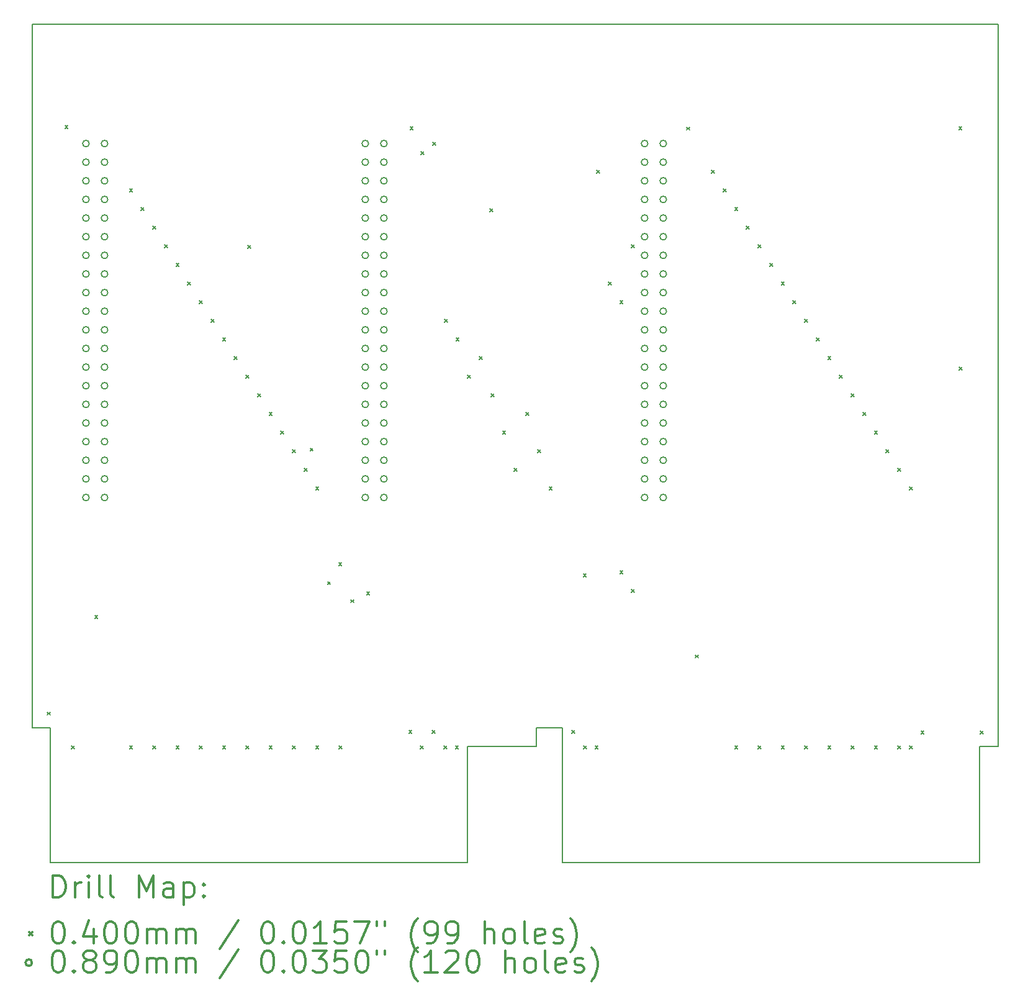
<source format=gbr>
%FSLAX45Y45*%
G04 Gerber Fmt 4.5, Leading zero omitted, Abs format (unit mm)*
G04 Created by KiCad (PCBNEW (5.1.10)-1) date 2021-09-26 13:38:02*
%MOMM*%
%LPD*%
G01*
G04 APERTURE LIST*
%TA.AperFunction,Profile*%
%ADD10C,0.127000*%
%TD*%
%ADD11C,0.200000*%
%ADD12C,0.300000*%
G04 APERTURE END LIST*
D10*
X27711400Y-28638500D02*
X27711400Y-30480000D01*
X27711400Y-28638500D02*
X27465020Y-28638500D01*
X33401000Y-30480000D02*
X27711400Y-30480000D01*
X34696400Y-28638500D02*
X34696400Y-30480000D01*
X34696400Y-28638500D02*
X34340800Y-28638500D01*
X34340800Y-28892500D02*
X34340800Y-28638500D01*
X34340800Y-28892500D02*
X33401000Y-28892500D01*
X33401000Y-28892500D02*
X33401000Y-30480000D01*
X40386000Y-30480000D02*
X34696400Y-30480000D01*
X40386000Y-28892500D02*
X40386000Y-30480000D01*
X40640000Y-28892500D02*
X40386000Y-28892500D01*
X27465020Y-19050000D02*
X27465020Y-28638500D01*
X40640000Y-19050000D02*
X27465020Y-19050000D01*
X40640000Y-19050000D02*
X40640000Y-28892500D01*
D11*
X27668540Y-28425460D02*
X27708540Y-28465460D01*
X27708540Y-28425460D02*
X27668540Y-28465460D01*
X27907300Y-20432080D02*
X27947300Y-20472080D01*
X27947300Y-20432080D02*
X27907300Y-20472080D01*
X27996200Y-28885200D02*
X28036200Y-28925200D01*
X28036200Y-28885200D02*
X27996200Y-28925200D01*
X28313700Y-27109740D02*
X28353700Y-27149740D01*
X28353700Y-27109740D02*
X28313700Y-27149740D01*
X28788680Y-21290600D02*
X28828680Y-21330600D01*
X28828680Y-21290600D02*
X28788680Y-21330600D01*
X28788680Y-28885200D02*
X28828680Y-28925200D01*
X28828680Y-28885200D02*
X28788680Y-28925200D01*
X28947430Y-21544600D02*
X28987430Y-21584600D01*
X28987430Y-21544600D02*
X28947430Y-21584600D01*
X29106180Y-21798600D02*
X29146180Y-21838600D01*
X29146180Y-21798600D02*
X29106180Y-21838600D01*
X29106180Y-28885200D02*
X29146180Y-28925200D01*
X29146180Y-28885200D02*
X29106180Y-28925200D01*
X29264930Y-22052600D02*
X29304930Y-22092600D01*
X29304930Y-22052600D02*
X29264930Y-22092600D01*
X29423680Y-22306600D02*
X29463680Y-22346600D01*
X29463680Y-22306600D02*
X29423680Y-22346600D01*
X29423680Y-28885200D02*
X29463680Y-28925200D01*
X29463680Y-28885200D02*
X29423680Y-28925200D01*
X29582430Y-22560600D02*
X29622430Y-22600600D01*
X29622430Y-22560600D02*
X29582430Y-22600600D01*
X29741180Y-22814600D02*
X29781180Y-22854600D01*
X29781180Y-22814600D02*
X29741180Y-22854600D01*
X29741180Y-28885200D02*
X29781180Y-28925200D01*
X29781180Y-28885200D02*
X29741180Y-28925200D01*
X29899930Y-23068600D02*
X29939930Y-23108600D01*
X29939930Y-23068600D02*
X29899930Y-23108600D01*
X30058680Y-23322600D02*
X30098680Y-23362600D01*
X30098680Y-23322600D02*
X30058680Y-23362600D01*
X30058680Y-28885200D02*
X30098680Y-28925200D01*
X30098680Y-28885200D02*
X30058680Y-28925200D01*
X30217430Y-23576600D02*
X30257430Y-23616600D01*
X30257430Y-23576600D02*
X30217430Y-23616600D01*
X30376180Y-23830600D02*
X30416180Y-23870600D01*
X30416180Y-23830600D02*
X30376180Y-23870600D01*
X30376180Y-28885200D02*
X30416180Y-28925200D01*
X30416180Y-28885200D02*
X30376180Y-28925200D01*
X30404120Y-22062760D02*
X30444120Y-22102760D01*
X30444120Y-22062760D02*
X30404120Y-22102760D01*
X30534930Y-24084600D02*
X30574930Y-24124600D01*
X30574930Y-24084600D02*
X30534930Y-24124600D01*
X30693680Y-24338600D02*
X30733680Y-24378600D01*
X30733680Y-24338600D02*
X30693680Y-24378600D01*
X30693680Y-28885200D02*
X30733680Y-28925200D01*
X30733680Y-28885200D02*
X30693680Y-28925200D01*
X30852430Y-24592600D02*
X30892430Y-24632600D01*
X30892430Y-24592600D02*
X30852430Y-24632600D01*
X31011180Y-24846600D02*
X31051180Y-24886600D01*
X31051180Y-24846600D02*
X31011180Y-24886600D01*
X31011180Y-28885200D02*
X31051180Y-28925200D01*
X31051180Y-28885200D02*
X31011180Y-28925200D01*
X31169930Y-25100600D02*
X31209930Y-25140600D01*
X31209930Y-25100600D02*
X31169930Y-25140600D01*
X31252480Y-24828820D02*
X31292480Y-24868820D01*
X31292480Y-24828820D02*
X31252480Y-24868820D01*
X31328680Y-25354600D02*
X31368680Y-25394600D01*
X31368680Y-25354600D02*
X31328680Y-25394600D01*
X31328680Y-28885200D02*
X31368680Y-28925200D01*
X31368680Y-28885200D02*
X31328680Y-28925200D01*
X31488700Y-26647460D02*
X31528700Y-26687460D01*
X31528700Y-26647460D02*
X31488700Y-26687460D01*
X31641100Y-26390920D02*
X31681100Y-26430920D01*
X31681100Y-26390920D02*
X31641100Y-26430920D01*
X31646180Y-28885200D02*
X31686180Y-28925200D01*
X31686180Y-28885200D02*
X31646180Y-28925200D01*
X31806200Y-26893840D02*
X31846200Y-26933840D01*
X31846200Y-26893840D02*
X31806200Y-26933840D01*
X32022100Y-26789700D02*
X32062100Y-26829700D01*
X32062100Y-26789700D02*
X32022100Y-26829700D01*
X32598680Y-28676920D02*
X32638680Y-28716920D01*
X32638680Y-28676920D02*
X32598680Y-28716920D01*
X32616460Y-20444780D02*
X32656460Y-20484780D01*
X32656460Y-20444780D02*
X32616460Y-20484780D01*
X32757430Y-28885200D02*
X32797430Y-28925200D01*
X32797430Y-28885200D02*
X32757430Y-28925200D01*
X32765050Y-20782600D02*
X32805050Y-20822600D01*
X32805050Y-20782600D02*
X32765050Y-20822600D01*
X32916180Y-28676920D02*
X32956180Y-28716920D01*
X32956180Y-28676920D02*
X32916180Y-28716920D01*
X32923800Y-20655600D02*
X32963800Y-20695600D01*
X32963800Y-20655600D02*
X32923800Y-20695600D01*
X33074930Y-28885200D02*
X33114930Y-28925200D01*
X33114930Y-28885200D02*
X33074930Y-28925200D01*
X33082550Y-23068600D02*
X33122550Y-23108600D01*
X33122550Y-23068600D02*
X33082550Y-23108600D01*
X33233680Y-28885200D02*
X33273680Y-28925200D01*
X33273680Y-28885200D02*
X33233680Y-28925200D01*
X33241300Y-23322600D02*
X33281300Y-23362600D01*
X33281300Y-23322600D02*
X33241300Y-23362600D01*
X33400050Y-23830600D02*
X33440050Y-23870600D01*
X33440050Y-23830600D02*
X33400050Y-23870600D01*
X33558800Y-23576600D02*
X33598800Y-23616600D01*
X33598800Y-23576600D02*
X33558800Y-23616600D01*
X33701040Y-21562380D02*
X33741040Y-21602380D01*
X33741040Y-21562380D02*
X33701040Y-21602380D01*
X33717550Y-24084600D02*
X33757550Y-24124600D01*
X33757550Y-24084600D02*
X33717550Y-24124600D01*
X33876300Y-24592600D02*
X33916300Y-24632600D01*
X33916300Y-24592600D02*
X33876300Y-24632600D01*
X34035050Y-25100600D02*
X34075050Y-25140600D01*
X34075050Y-25100600D02*
X34035050Y-25140600D01*
X34193800Y-24338600D02*
X34233800Y-24378600D01*
X34233800Y-24338600D02*
X34193800Y-24378600D01*
X34352550Y-24846600D02*
X34392550Y-24886600D01*
X34392550Y-24846600D02*
X34352550Y-24886600D01*
X34511300Y-25354600D02*
X34551300Y-25394600D01*
X34551300Y-25354600D02*
X34511300Y-25394600D01*
X34821180Y-28676920D02*
X34861180Y-28716920D01*
X34861180Y-28676920D02*
X34821180Y-28716920D01*
X34978660Y-26540780D02*
X35018660Y-26580780D01*
X35018660Y-26540780D02*
X34978660Y-26580780D01*
X34979930Y-28885200D02*
X35019930Y-28925200D01*
X35019930Y-28885200D02*
X34979930Y-28925200D01*
X35138680Y-28885200D02*
X35178680Y-28925200D01*
X35178680Y-28885200D02*
X35138680Y-28925200D01*
X35159000Y-21036600D02*
X35199000Y-21076600D01*
X35199000Y-21036600D02*
X35159000Y-21076600D01*
X35317750Y-22560600D02*
X35357750Y-22600600D01*
X35357750Y-22560600D02*
X35317750Y-22600600D01*
X35476500Y-22814600D02*
X35516500Y-22854600D01*
X35516500Y-22814600D02*
X35476500Y-22854600D01*
X35476500Y-26497600D02*
X35516500Y-26537600D01*
X35516500Y-26497600D02*
X35476500Y-26537600D01*
X35635250Y-22052600D02*
X35675250Y-22092600D01*
X35675250Y-22052600D02*
X35635250Y-22092600D01*
X35635250Y-26751600D02*
X35675250Y-26791600D01*
X35675250Y-26751600D02*
X35635250Y-26791600D01*
X36385820Y-20449860D02*
X36425820Y-20489860D01*
X36425820Y-20449860D02*
X36385820Y-20489860D01*
X36507740Y-27648220D02*
X36547740Y-27688220D01*
X36547740Y-27648220D02*
X36507740Y-27688220D01*
X36726180Y-21036600D02*
X36766180Y-21076600D01*
X36766180Y-21036600D02*
X36726180Y-21076600D01*
X36884930Y-21290600D02*
X36924930Y-21330600D01*
X36924930Y-21290600D02*
X36884930Y-21330600D01*
X37043680Y-21544600D02*
X37083680Y-21584600D01*
X37083680Y-21544600D02*
X37043680Y-21584600D01*
X37043680Y-28885200D02*
X37083680Y-28925200D01*
X37083680Y-28885200D02*
X37043680Y-28925200D01*
X37202430Y-21798600D02*
X37242430Y-21838600D01*
X37242430Y-21798600D02*
X37202430Y-21838600D01*
X37361180Y-22052600D02*
X37401180Y-22092600D01*
X37401180Y-22052600D02*
X37361180Y-22092600D01*
X37361180Y-28885200D02*
X37401180Y-28925200D01*
X37401180Y-28885200D02*
X37361180Y-28925200D01*
X37519930Y-22306600D02*
X37559930Y-22346600D01*
X37559930Y-22306600D02*
X37519930Y-22346600D01*
X37678680Y-22560600D02*
X37718680Y-22600600D01*
X37718680Y-22560600D02*
X37678680Y-22600600D01*
X37678680Y-28885200D02*
X37718680Y-28925200D01*
X37718680Y-28885200D02*
X37678680Y-28925200D01*
X37837430Y-22814600D02*
X37877430Y-22854600D01*
X37877430Y-22814600D02*
X37837430Y-22854600D01*
X37996180Y-23068600D02*
X38036180Y-23108600D01*
X38036180Y-23068600D02*
X37996180Y-23108600D01*
X37996180Y-28885200D02*
X38036180Y-28925200D01*
X38036180Y-28885200D02*
X37996180Y-28925200D01*
X38154930Y-23322600D02*
X38194930Y-23362600D01*
X38194930Y-23322600D02*
X38154930Y-23362600D01*
X38313680Y-23576600D02*
X38353680Y-23616600D01*
X38353680Y-23576600D02*
X38313680Y-23616600D01*
X38313680Y-28885200D02*
X38353680Y-28925200D01*
X38353680Y-28885200D02*
X38313680Y-28925200D01*
X38472430Y-23830600D02*
X38512430Y-23870600D01*
X38512430Y-23830600D02*
X38472430Y-23870600D01*
X38631180Y-24084600D02*
X38671180Y-24124600D01*
X38671180Y-24084600D02*
X38631180Y-24124600D01*
X38631180Y-28885200D02*
X38671180Y-28925200D01*
X38671180Y-28885200D02*
X38631180Y-28925200D01*
X38789930Y-24338600D02*
X38829930Y-24378600D01*
X38829930Y-24338600D02*
X38789930Y-24378600D01*
X38948680Y-24592600D02*
X38988680Y-24632600D01*
X38988680Y-24592600D02*
X38948680Y-24632600D01*
X38948680Y-28885200D02*
X38988680Y-28925200D01*
X38988680Y-28885200D02*
X38948680Y-28925200D01*
X39107430Y-24846600D02*
X39147430Y-24886600D01*
X39147430Y-24846600D02*
X39107430Y-24886600D01*
X39266180Y-25100600D02*
X39306180Y-25140600D01*
X39306180Y-25100600D02*
X39266180Y-25140600D01*
X39266180Y-28885200D02*
X39306180Y-28925200D01*
X39306180Y-28885200D02*
X39266180Y-28925200D01*
X39424930Y-25354600D02*
X39464930Y-25394600D01*
X39464930Y-25354600D02*
X39424930Y-25394600D01*
X39424930Y-28885200D02*
X39464930Y-28925200D01*
X39464930Y-28885200D02*
X39424930Y-28925200D01*
X39583680Y-28682000D02*
X39623680Y-28722000D01*
X39623680Y-28682000D02*
X39583680Y-28722000D01*
X40099300Y-20444780D02*
X40139300Y-20484780D01*
X40139300Y-20444780D02*
X40099300Y-20484780D01*
X40106920Y-23721380D02*
X40146920Y-23761380D01*
X40146920Y-23721380D02*
X40106920Y-23761380D01*
X40393940Y-28682000D02*
X40433940Y-28722000D01*
X40433940Y-28682000D02*
X40393940Y-28722000D01*
X28238500Y-20675600D02*
G75*
G03*
X28238500Y-20675600I-44500J0D01*
G01*
X28238500Y-20929600D02*
G75*
G03*
X28238500Y-20929600I-44500J0D01*
G01*
X28238500Y-21183600D02*
G75*
G03*
X28238500Y-21183600I-44500J0D01*
G01*
X28238500Y-21437600D02*
G75*
G03*
X28238500Y-21437600I-44500J0D01*
G01*
X28238500Y-21691600D02*
G75*
G03*
X28238500Y-21691600I-44500J0D01*
G01*
X28238500Y-21945600D02*
G75*
G03*
X28238500Y-21945600I-44500J0D01*
G01*
X28238500Y-22199600D02*
G75*
G03*
X28238500Y-22199600I-44500J0D01*
G01*
X28238500Y-22453600D02*
G75*
G03*
X28238500Y-22453600I-44500J0D01*
G01*
X28238500Y-22707600D02*
G75*
G03*
X28238500Y-22707600I-44500J0D01*
G01*
X28238500Y-22961600D02*
G75*
G03*
X28238500Y-22961600I-44500J0D01*
G01*
X28238500Y-23215600D02*
G75*
G03*
X28238500Y-23215600I-44500J0D01*
G01*
X28238500Y-23469600D02*
G75*
G03*
X28238500Y-23469600I-44500J0D01*
G01*
X28238500Y-23723600D02*
G75*
G03*
X28238500Y-23723600I-44500J0D01*
G01*
X28238500Y-23977600D02*
G75*
G03*
X28238500Y-23977600I-44500J0D01*
G01*
X28238500Y-24231600D02*
G75*
G03*
X28238500Y-24231600I-44500J0D01*
G01*
X28238500Y-24485600D02*
G75*
G03*
X28238500Y-24485600I-44500J0D01*
G01*
X28238500Y-24739600D02*
G75*
G03*
X28238500Y-24739600I-44500J0D01*
G01*
X28238500Y-24993600D02*
G75*
G03*
X28238500Y-24993600I-44500J0D01*
G01*
X28238500Y-25247600D02*
G75*
G03*
X28238500Y-25247600I-44500J0D01*
G01*
X28238500Y-25501600D02*
G75*
G03*
X28238500Y-25501600I-44500J0D01*
G01*
X28492500Y-20675600D02*
G75*
G03*
X28492500Y-20675600I-44500J0D01*
G01*
X28492500Y-20929600D02*
G75*
G03*
X28492500Y-20929600I-44500J0D01*
G01*
X28492500Y-21183600D02*
G75*
G03*
X28492500Y-21183600I-44500J0D01*
G01*
X28492500Y-21437600D02*
G75*
G03*
X28492500Y-21437600I-44500J0D01*
G01*
X28492500Y-21691600D02*
G75*
G03*
X28492500Y-21691600I-44500J0D01*
G01*
X28492500Y-21945600D02*
G75*
G03*
X28492500Y-21945600I-44500J0D01*
G01*
X28492500Y-22199600D02*
G75*
G03*
X28492500Y-22199600I-44500J0D01*
G01*
X28492500Y-22453600D02*
G75*
G03*
X28492500Y-22453600I-44500J0D01*
G01*
X28492500Y-22707600D02*
G75*
G03*
X28492500Y-22707600I-44500J0D01*
G01*
X28492500Y-22961600D02*
G75*
G03*
X28492500Y-22961600I-44500J0D01*
G01*
X28492500Y-23215600D02*
G75*
G03*
X28492500Y-23215600I-44500J0D01*
G01*
X28492500Y-23469600D02*
G75*
G03*
X28492500Y-23469600I-44500J0D01*
G01*
X28492500Y-23723600D02*
G75*
G03*
X28492500Y-23723600I-44500J0D01*
G01*
X28492500Y-23977600D02*
G75*
G03*
X28492500Y-23977600I-44500J0D01*
G01*
X28492500Y-24231600D02*
G75*
G03*
X28492500Y-24231600I-44500J0D01*
G01*
X28492500Y-24485600D02*
G75*
G03*
X28492500Y-24485600I-44500J0D01*
G01*
X28492500Y-24739600D02*
G75*
G03*
X28492500Y-24739600I-44500J0D01*
G01*
X28492500Y-24993600D02*
G75*
G03*
X28492500Y-24993600I-44500J0D01*
G01*
X28492500Y-25247600D02*
G75*
G03*
X28492500Y-25247600I-44500J0D01*
G01*
X28492500Y-25501600D02*
G75*
G03*
X28492500Y-25501600I-44500J0D01*
G01*
X32048500Y-20675600D02*
G75*
G03*
X32048500Y-20675600I-44500J0D01*
G01*
X32048500Y-20929600D02*
G75*
G03*
X32048500Y-20929600I-44500J0D01*
G01*
X32048500Y-21183600D02*
G75*
G03*
X32048500Y-21183600I-44500J0D01*
G01*
X32048500Y-21437600D02*
G75*
G03*
X32048500Y-21437600I-44500J0D01*
G01*
X32048500Y-21691600D02*
G75*
G03*
X32048500Y-21691600I-44500J0D01*
G01*
X32048500Y-21945600D02*
G75*
G03*
X32048500Y-21945600I-44500J0D01*
G01*
X32048500Y-22199600D02*
G75*
G03*
X32048500Y-22199600I-44500J0D01*
G01*
X32048500Y-22453600D02*
G75*
G03*
X32048500Y-22453600I-44500J0D01*
G01*
X32048500Y-22707600D02*
G75*
G03*
X32048500Y-22707600I-44500J0D01*
G01*
X32048500Y-22961600D02*
G75*
G03*
X32048500Y-22961600I-44500J0D01*
G01*
X32048500Y-23215600D02*
G75*
G03*
X32048500Y-23215600I-44500J0D01*
G01*
X32048500Y-23469600D02*
G75*
G03*
X32048500Y-23469600I-44500J0D01*
G01*
X32048500Y-23723600D02*
G75*
G03*
X32048500Y-23723600I-44500J0D01*
G01*
X32048500Y-23977600D02*
G75*
G03*
X32048500Y-23977600I-44500J0D01*
G01*
X32048500Y-24231600D02*
G75*
G03*
X32048500Y-24231600I-44500J0D01*
G01*
X32048500Y-24485600D02*
G75*
G03*
X32048500Y-24485600I-44500J0D01*
G01*
X32048500Y-24739600D02*
G75*
G03*
X32048500Y-24739600I-44500J0D01*
G01*
X32048500Y-24993600D02*
G75*
G03*
X32048500Y-24993600I-44500J0D01*
G01*
X32048500Y-25247600D02*
G75*
G03*
X32048500Y-25247600I-44500J0D01*
G01*
X32048500Y-25501600D02*
G75*
G03*
X32048500Y-25501600I-44500J0D01*
G01*
X32302500Y-20675600D02*
G75*
G03*
X32302500Y-20675600I-44500J0D01*
G01*
X32302500Y-20929600D02*
G75*
G03*
X32302500Y-20929600I-44500J0D01*
G01*
X32302500Y-21183600D02*
G75*
G03*
X32302500Y-21183600I-44500J0D01*
G01*
X32302500Y-21437600D02*
G75*
G03*
X32302500Y-21437600I-44500J0D01*
G01*
X32302500Y-21691600D02*
G75*
G03*
X32302500Y-21691600I-44500J0D01*
G01*
X32302500Y-21945600D02*
G75*
G03*
X32302500Y-21945600I-44500J0D01*
G01*
X32302500Y-22199600D02*
G75*
G03*
X32302500Y-22199600I-44500J0D01*
G01*
X32302500Y-22453600D02*
G75*
G03*
X32302500Y-22453600I-44500J0D01*
G01*
X32302500Y-22707600D02*
G75*
G03*
X32302500Y-22707600I-44500J0D01*
G01*
X32302500Y-22961600D02*
G75*
G03*
X32302500Y-22961600I-44500J0D01*
G01*
X32302500Y-23215600D02*
G75*
G03*
X32302500Y-23215600I-44500J0D01*
G01*
X32302500Y-23469600D02*
G75*
G03*
X32302500Y-23469600I-44500J0D01*
G01*
X32302500Y-23723600D02*
G75*
G03*
X32302500Y-23723600I-44500J0D01*
G01*
X32302500Y-23977600D02*
G75*
G03*
X32302500Y-23977600I-44500J0D01*
G01*
X32302500Y-24231600D02*
G75*
G03*
X32302500Y-24231600I-44500J0D01*
G01*
X32302500Y-24485600D02*
G75*
G03*
X32302500Y-24485600I-44500J0D01*
G01*
X32302500Y-24739600D02*
G75*
G03*
X32302500Y-24739600I-44500J0D01*
G01*
X32302500Y-24993600D02*
G75*
G03*
X32302500Y-24993600I-44500J0D01*
G01*
X32302500Y-25247600D02*
G75*
G03*
X32302500Y-25247600I-44500J0D01*
G01*
X32302500Y-25501600D02*
G75*
G03*
X32302500Y-25501600I-44500J0D01*
G01*
X35858500Y-20675600D02*
G75*
G03*
X35858500Y-20675600I-44500J0D01*
G01*
X35858500Y-20929600D02*
G75*
G03*
X35858500Y-20929600I-44500J0D01*
G01*
X35858500Y-21183600D02*
G75*
G03*
X35858500Y-21183600I-44500J0D01*
G01*
X35858500Y-21437600D02*
G75*
G03*
X35858500Y-21437600I-44500J0D01*
G01*
X35858500Y-21691600D02*
G75*
G03*
X35858500Y-21691600I-44500J0D01*
G01*
X35858500Y-21945600D02*
G75*
G03*
X35858500Y-21945600I-44500J0D01*
G01*
X35858500Y-22199600D02*
G75*
G03*
X35858500Y-22199600I-44500J0D01*
G01*
X35858500Y-22453600D02*
G75*
G03*
X35858500Y-22453600I-44500J0D01*
G01*
X35858500Y-22707600D02*
G75*
G03*
X35858500Y-22707600I-44500J0D01*
G01*
X35858500Y-22961600D02*
G75*
G03*
X35858500Y-22961600I-44500J0D01*
G01*
X35858500Y-23215600D02*
G75*
G03*
X35858500Y-23215600I-44500J0D01*
G01*
X35858500Y-23469600D02*
G75*
G03*
X35858500Y-23469600I-44500J0D01*
G01*
X35858500Y-23723600D02*
G75*
G03*
X35858500Y-23723600I-44500J0D01*
G01*
X35858500Y-23977600D02*
G75*
G03*
X35858500Y-23977600I-44500J0D01*
G01*
X35858500Y-24231600D02*
G75*
G03*
X35858500Y-24231600I-44500J0D01*
G01*
X35858500Y-24485600D02*
G75*
G03*
X35858500Y-24485600I-44500J0D01*
G01*
X35858500Y-24739600D02*
G75*
G03*
X35858500Y-24739600I-44500J0D01*
G01*
X35858500Y-24993600D02*
G75*
G03*
X35858500Y-24993600I-44500J0D01*
G01*
X35858500Y-25247600D02*
G75*
G03*
X35858500Y-25247600I-44500J0D01*
G01*
X35858500Y-25501600D02*
G75*
G03*
X35858500Y-25501600I-44500J0D01*
G01*
X36112500Y-20675600D02*
G75*
G03*
X36112500Y-20675600I-44500J0D01*
G01*
X36112500Y-20929600D02*
G75*
G03*
X36112500Y-20929600I-44500J0D01*
G01*
X36112500Y-21183600D02*
G75*
G03*
X36112500Y-21183600I-44500J0D01*
G01*
X36112500Y-21437600D02*
G75*
G03*
X36112500Y-21437600I-44500J0D01*
G01*
X36112500Y-21691600D02*
G75*
G03*
X36112500Y-21691600I-44500J0D01*
G01*
X36112500Y-21945600D02*
G75*
G03*
X36112500Y-21945600I-44500J0D01*
G01*
X36112500Y-22199600D02*
G75*
G03*
X36112500Y-22199600I-44500J0D01*
G01*
X36112500Y-22453600D02*
G75*
G03*
X36112500Y-22453600I-44500J0D01*
G01*
X36112500Y-22707600D02*
G75*
G03*
X36112500Y-22707600I-44500J0D01*
G01*
X36112500Y-22961600D02*
G75*
G03*
X36112500Y-22961600I-44500J0D01*
G01*
X36112500Y-23215600D02*
G75*
G03*
X36112500Y-23215600I-44500J0D01*
G01*
X36112500Y-23469600D02*
G75*
G03*
X36112500Y-23469600I-44500J0D01*
G01*
X36112500Y-23723600D02*
G75*
G03*
X36112500Y-23723600I-44500J0D01*
G01*
X36112500Y-23977600D02*
G75*
G03*
X36112500Y-23977600I-44500J0D01*
G01*
X36112500Y-24231600D02*
G75*
G03*
X36112500Y-24231600I-44500J0D01*
G01*
X36112500Y-24485600D02*
G75*
G03*
X36112500Y-24485600I-44500J0D01*
G01*
X36112500Y-24739600D02*
G75*
G03*
X36112500Y-24739600I-44500J0D01*
G01*
X36112500Y-24993600D02*
G75*
G03*
X36112500Y-24993600I-44500J0D01*
G01*
X36112500Y-25247600D02*
G75*
G03*
X36112500Y-25247600I-44500J0D01*
G01*
X36112500Y-25501600D02*
G75*
G03*
X36112500Y-25501600I-44500J0D01*
G01*
D12*
X27745098Y-30952064D02*
X27745098Y-30652064D01*
X27816527Y-30652064D01*
X27859384Y-30666350D01*
X27887956Y-30694921D01*
X27902241Y-30723493D01*
X27916527Y-30780636D01*
X27916527Y-30823493D01*
X27902241Y-30880636D01*
X27887956Y-30909207D01*
X27859384Y-30937779D01*
X27816527Y-30952064D01*
X27745098Y-30952064D01*
X28045098Y-30952064D02*
X28045098Y-30752064D01*
X28045098Y-30809207D02*
X28059384Y-30780636D01*
X28073670Y-30766350D01*
X28102241Y-30752064D01*
X28130813Y-30752064D01*
X28230813Y-30952064D02*
X28230813Y-30752064D01*
X28230813Y-30652064D02*
X28216527Y-30666350D01*
X28230813Y-30680636D01*
X28245098Y-30666350D01*
X28230813Y-30652064D01*
X28230813Y-30680636D01*
X28416527Y-30952064D02*
X28387956Y-30937779D01*
X28373670Y-30909207D01*
X28373670Y-30652064D01*
X28573670Y-30952064D02*
X28545098Y-30937779D01*
X28530813Y-30909207D01*
X28530813Y-30652064D01*
X28916527Y-30952064D02*
X28916527Y-30652064D01*
X29016527Y-30866350D01*
X29116527Y-30652064D01*
X29116527Y-30952064D01*
X29387956Y-30952064D02*
X29387956Y-30794921D01*
X29373670Y-30766350D01*
X29345098Y-30752064D01*
X29287956Y-30752064D01*
X29259384Y-30766350D01*
X29387956Y-30937779D02*
X29359384Y-30952064D01*
X29287956Y-30952064D01*
X29259384Y-30937779D01*
X29245098Y-30909207D01*
X29245098Y-30880636D01*
X29259384Y-30852064D01*
X29287956Y-30837779D01*
X29359384Y-30837779D01*
X29387956Y-30823493D01*
X29530813Y-30752064D02*
X29530813Y-31052064D01*
X29530813Y-30766350D02*
X29559384Y-30752064D01*
X29616527Y-30752064D01*
X29645098Y-30766350D01*
X29659384Y-30780636D01*
X29673670Y-30809207D01*
X29673670Y-30894921D01*
X29659384Y-30923493D01*
X29645098Y-30937779D01*
X29616527Y-30952064D01*
X29559384Y-30952064D01*
X29530813Y-30937779D01*
X29802241Y-30923493D02*
X29816527Y-30937779D01*
X29802241Y-30952064D01*
X29787956Y-30937779D01*
X29802241Y-30923493D01*
X29802241Y-30952064D01*
X29802241Y-30766350D02*
X29816527Y-30780636D01*
X29802241Y-30794921D01*
X29787956Y-30780636D01*
X29802241Y-30766350D01*
X29802241Y-30794921D01*
X27418670Y-31426350D02*
X27458670Y-31466350D01*
X27458670Y-31426350D02*
X27418670Y-31466350D01*
X27802241Y-31282064D02*
X27830813Y-31282064D01*
X27859384Y-31296350D01*
X27873670Y-31310636D01*
X27887956Y-31339207D01*
X27902241Y-31396350D01*
X27902241Y-31467779D01*
X27887956Y-31524921D01*
X27873670Y-31553493D01*
X27859384Y-31567779D01*
X27830813Y-31582064D01*
X27802241Y-31582064D01*
X27773670Y-31567779D01*
X27759384Y-31553493D01*
X27745098Y-31524921D01*
X27730813Y-31467779D01*
X27730813Y-31396350D01*
X27745098Y-31339207D01*
X27759384Y-31310636D01*
X27773670Y-31296350D01*
X27802241Y-31282064D01*
X28030813Y-31553493D02*
X28045098Y-31567779D01*
X28030813Y-31582064D01*
X28016527Y-31567779D01*
X28030813Y-31553493D01*
X28030813Y-31582064D01*
X28302241Y-31382064D02*
X28302241Y-31582064D01*
X28230813Y-31267779D02*
X28159384Y-31482064D01*
X28345098Y-31482064D01*
X28516527Y-31282064D02*
X28545098Y-31282064D01*
X28573670Y-31296350D01*
X28587956Y-31310636D01*
X28602241Y-31339207D01*
X28616527Y-31396350D01*
X28616527Y-31467779D01*
X28602241Y-31524921D01*
X28587956Y-31553493D01*
X28573670Y-31567779D01*
X28545098Y-31582064D01*
X28516527Y-31582064D01*
X28487956Y-31567779D01*
X28473670Y-31553493D01*
X28459384Y-31524921D01*
X28445098Y-31467779D01*
X28445098Y-31396350D01*
X28459384Y-31339207D01*
X28473670Y-31310636D01*
X28487956Y-31296350D01*
X28516527Y-31282064D01*
X28802241Y-31282064D02*
X28830813Y-31282064D01*
X28859384Y-31296350D01*
X28873670Y-31310636D01*
X28887956Y-31339207D01*
X28902241Y-31396350D01*
X28902241Y-31467779D01*
X28887956Y-31524921D01*
X28873670Y-31553493D01*
X28859384Y-31567779D01*
X28830813Y-31582064D01*
X28802241Y-31582064D01*
X28773670Y-31567779D01*
X28759384Y-31553493D01*
X28745098Y-31524921D01*
X28730813Y-31467779D01*
X28730813Y-31396350D01*
X28745098Y-31339207D01*
X28759384Y-31310636D01*
X28773670Y-31296350D01*
X28802241Y-31282064D01*
X29030813Y-31582064D02*
X29030813Y-31382064D01*
X29030813Y-31410636D02*
X29045098Y-31396350D01*
X29073670Y-31382064D01*
X29116527Y-31382064D01*
X29145098Y-31396350D01*
X29159384Y-31424921D01*
X29159384Y-31582064D01*
X29159384Y-31424921D02*
X29173670Y-31396350D01*
X29202241Y-31382064D01*
X29245098Y-31382064D01*
X29273670Y-31396350D01*
X29287956Y-31424921D01*
X29287956Y-31582064D01*
X29430813Y-31582064D02*
X29430813Y-31382064D01*
X29430813Y-31410636D02*
X29445098Y-31396350D01*
X29473670Y-31382064D01*
X29516527Y-31382064D01*
X29545098Y-31396350D01*
X29559384Y-31424921D01*
X29559384Y-31582064D01*
X29559384Y-31424921D02*
X29573670Y-31396350D01*
X29602241Y-31382064D01*
X29645098Y-31382064D01*
X29673670Y-31396350D01*
X29687956Y-31424921D01*
X29687956Y-31582064D01*
X30273670Y-31267779D02*
X30016527Y-31653493D01*
X30659384Y-31282064D02*
X30687956Y-31282064D01*
X30716527Y-31296350D01*
X30730813Y-31310636D01*
X30745098Y-31339207D01*
X30759384Y-31396350D01*
X30759384Y-31467779D01*
X30745098Y-31524921D01*
X30730813Y-31553493D01*
X30716527Y-31567779D01*
X30687956Y-31582064D01*
X30659384Y-31582064D01*
X30630813Y-31567779D01*
X30616527Y-31553493D01*
X30602241Y-31524921D01*
X30587956Y-31467779D01*
X30587956Y-31396350D01*
X30602241Y-31339207D01*
X30616527Y-31310636D01*
X30630813Y-31296350D01*
X30659384Y-31282064D01*
X30887956Y-31553493D02*
X30902241Y-31567779D01*
X30887956Y-31582064D01*
X30873670Y-31567779D01*
X30887956Y-31553493D01*
X30887956Y-31582064D01*
X31087956Y-31282064D02*
X31116527Y-31282064D01*
X31145098Y-31296350D01*
X31159384Y-31310636D01*
X31173670Y-31339207D01*
X31187956Y-31396350D01*
X31187956Y-31467779D01*
X31173670Y-31524921D01*
X31159384Y-31553493D01*
X31145098Y-31567779D01*
X31116527Y-31582064D01*
X31087956Y-31582064D01*
X31059384Y-31567779D01*
X31045098Y-31553493D01*
X31030813Y-31524921D01*
X31016527Y-31467779D01*
X31016527Y-31396350D01*
X31030813Y-31339207D01*
X31045098Y-31310636D01*
X31059384Y-31296350D01*
X31087956Y-31282064D01*
X31473670Y-31582064D02*
X31302241Y-31582064D01*
X31387956Y-31582064D02*
X31387956Y-31282064D01*
X31359384Y-31324921D01*
X31330813Y-31353493D01*
X31302241Y-31367779D01*
X31745098Y-31282064D02*
X31602241Y-31282064D01*
X31587956Y-31424921D01*
X31602241Y-31410636D01*
X31630813Y-31396350D01*
X31702241Y-31396350D01*
X31730813Y-31410636D01*
X31745098Y-31424921D01*
X31759384Y-31453493D01*
X31759384Y-31524921D01*
X31745098Y-31553493D01*
X31730813Y-31567779D01*
X31702241Y-31582064D01*
X31630813Y-31582064D01*
X31602241Y-31567779D01*
X31587956Y-31553493D01*
X31859384Y-31282064D02*
X32059384Y-31282064D01*
X31930813Y-31582064D01*
X32159384Y-31282064D02*
X32159384Y-31339207D01*
X32273670Y-31282064D02*
X32273670Y-31339207D01*
X32716527Y-31696350D02*
X32702241Y-31682064D01*
X32673670Y-31639207D01*
X32659384Y-31610636D01*
X32645098Y-31567779D01*
X32630813Y-31496350D01*
X32630813Y-31439207D01*
X32645098Y-31367779D01*
X32659384Y-31324921D01*
X32673670Y-31296350D01*
X32702241Y-31253493D01*
X32716527Y-31239207D01*
X32845098Y-31582064D02*
X32902241Y-31582064D01*
X32930813Y-31567779D01*
X32945098Y-31553493D01*
X32973670Y-31510636D01*
X32987956Y-31453493D01*
X32987956Y-31339207D01*
X32973670Y-31310636D01*
X32959384Y-31296350D01*
X32930813Y-31282064D01*
X32873670Y-31282064D01*
X32845098Y-31296350D01*
X32830813Y-31310636D01*
X32816527Y-31339207D01*
X32816527Y-31410636D01*
X32830813Y-31439207D01*
X32845098Y-31453493D01*
X32873670Y-31467779D01*
X32930813Y-31467779D01*
X32959384Y-31453493D01*
X32973670Y-31439207D01*
X32987956Y-31410636D01*
X33130813Y-31582064D02*
X33187956Y-31582064D01*
X33216527Y-31567779D01*
X33230813Y-31553493D01*
X33259384Y-31510636D01*
X33273670Y-31453493D01*
X33273670Y-31339207D01*
X33259384Y-31310636D01*
X33245098Y-31296350D01*
X33216527Y-31282064D01*
X33159384Y-31282064D01*
X33130813Y-31296350D01*
X33116527Y-31310636D01*
X33102241Y-31339207D01*
X33102241Y-31410636D01*
X33116527Y-31439207D01*
X33130813Y-31453493D01*
X33159384Y-31467779D01*
X33216527Y-31467779D01*
X33245098Y-31453493D01*
X33259384Y-31439207D01*
X33273670Y-31410636D01*
X33630813Y-31582064D02*
X33630813Y-31282064D01*
X33759384Y-31582064D02*
X33759384Y-31424921D01*
X33745098Y-31396350D01*
X33716527Y-31382064D01*
X33673670Y-31382064D01*
X33645098Y-31396350D01*
X33630813Y-31410636D01*
X33945098Y-31582064D02*
X33916527Y-31567779D01*
X33902241Y-31553493D01*
X33887956Y-31524921D01*
X33887956Y-31439207D01*
X33902241Y-31410636D01*
X33916527Y-31396350D01*
X33945098Y-31382064D01*
X33987956Y-31382064D01*
X34016527Y-31396350D01*
X34030813Y-31410636D01*
X34045098Y-31439207D01*
X34045098Y-31524921D01*
X34030813Y-31553493D01*
X34016527Y-31567779D01*
X33987956Y-31582064D01*
X33945098Y-31582064D01*
X34216527Y-31582064D02*
X34187956Y-31567779D01*
X34173670Y-31539207D01*
X34173670Y-31282064D01*
X34445098Y-31567779D02*
X34416527Y-31582064D01*
X34359384Y-31582064D01*
X34330813Y-31567779D01*
X34316527Y-31539207D01*
X34316527Y-31424921D01*
X34330813Y-31396350D01*
X34359384Y-31382064D01*
X34416527Y-31382064D01*
X34445098Y-31396350D01*
X34459384Y-31424921D01*
X34459384Y-31453493D01*
X34316527Y-31482064D01*
X34573670Y-31567779D02*
X34602241Y-31582064D01*
X34659384Y-31582064D01*
X34687956Y-31567779D01*
X34702241Y-31539207D01*
X34702241Y-31524921D01*
X34687956Y-31496350D01*
X34659384Y-31482064D01*
X34616527Y-31482064D01*
X34587956Y-31467779D01*
X34573670Y-31439207D01*
X34573670Y-31424921D01*
X34587956Y-31396350D01*
X34616527Y-31382064D01*
X34659384Y-31382064D01*
X34687956Y-31396350D01*
X34802241Y-31696350D02*
X34816527Y-31682064D01*
X34845098Y-31639207D01*
X34859384Y-31610636D01*
X34873670Y-31567779D01*
X34887956Y-31496350D01*
X34887956Y-31439207D01*
X34873670Y-31367779D01*
X34859384Y-31324921D01*
X34845098Y-31296350D01*
X34816527Y-31253493D01*
X34802241Y-31239207D01*
X27458670Y-31842350D02*
G75*
G03*
X27458670Y-31842350I-44500J0D01*
G01*
X27802241Y-31678064D02*
X27830813Y-31678064D01*
X27859384Y-31692350D01*
X27873670Y-31706636D01*
X27887956Y-31735207D01*
X27902241Y-31792350D01*
X27902241Y-31863779D01*
X27887956Y-31920921D01*
X27873670Y-31949493D01*
X27859384Y-31963779D01*
X27830813Y-31978064D01*
X27802241Y-31978064D01*
X27773670Y-31963779D01*
X27759384Y-31949493D01*
X27745098Y-31920921D01*
X27730813Y-31863779D01*
X27730813Y-31792350D01*
X27745098Y-31735207D01*
X27759384Y-31706636D01*
X27773670Y-31692350D01*
X27802241Y-31678064D01*
X28030813Y-31949493D02*
X28045098Y-31963779D01*
X28030813Y-31978064D01*
X28016527Y-31963779D01*
X28030813Y-31949493D01*
X28030813Y-31978064D01*
X28216527Y-31806636D02*
X28187956Y-31792350D01*
X28173670Y-31778064D01*
X28159384Y-31749493D01*
X28159384Y-31735207D01*
X28173670Y-31706636D01*
X28187956Y-31692350D01*
X28216527Y-31678064D01*
X28273670Y-31678064D01*
X28302241Y-31692350D01*
X28316527Y-31706636D01*
X28330813Y-31735207D01*
X28330813Y-31749493D01*
X28316527Y-31778064D01*
X28302241Y-31792350D01*
X28273670Y-31806636D01*
X28216527Y-31806636D01*
X28187956Y-31820921D01*
X28173670Y-31835207D01*
X28159384Y-31863779D01*
X28159384Y-31920921D01*
X28173670Y-31949493D01*
X28187956Y-31963779D01*
X28216527Y-31978064D01*
X28273670Y-31978064D01*
X28302241Y-31963779D01*
X28316527Y-31949493D01*
X28330813Y-31920921D01*
X28330813Y-31863779D01*
X28316527Y-31835207D01*
X28302241Y-31820921D01*
X28273670Y-31806636D01*
X28473670Y-31978064D02*
X28530813Y-31978064D01*
X28559384Y-31963779D01*
X28573670Y-31949493D01*
X28602241Y-31906636D01*
X28616527Y-31849493D01*
X28616527Y-31735207D01*
X28602241Y-31706636D01*
X28587956Y-31692350D01*
X28559384Y-31678064D01*
X28502241Y-31678064D01*
X28473670Y-31692350D01*
X28459384Y-31706636D01*
X28445098Y-31735207D01*
X28445098Y-31806636D01*
X28459384Y-31835207D01*
X28473670Y-31849493D01*
X28502241Y-31863779D01*
X28559384Y-31863779D01*
X28587956Y-31849493D01*
X28602241Y-31835207D01*
X28616527Y-31806636D01*
X28802241Y-31678064D02*
X28830813Y-31678064D01*
X28859384Y-31692350D01*
X28873670Y-31706636D01*
X28887956Y-31735207D01*
X28902241Y-31792350D01*
X28902241Y-31863779D01*
X28887956Y-31920921D01*
X28873670Y-31949493D01*
X28859384Y-31963779D01*
X28830813Y-31978064D01*
X28802241Y-31978064D01*
X28773670Y-31963779D01*
X28759384Y-31949493D01*
X28745098Y-31920921D01*
X28730813Y-31863779D01*
X28730813Y-31792350D01*
X28745098Y-31735207D01*
X28759384Y-31706636D01*
X28773670Y-31692350D01*
X28802241Y-31678064D01*
X29030813Y-31978064D02*
X29030813Y-31778064D01*
X29030813Y-31806636D02*
X29045098Y-31792350D01*
X29073670Y-31778064D01*
X29116527Y-31778064D01*
X29145098Y-31792350D01*
X29159384Y-31820921D01*
X29159384Y-31978064D01*
X29159384Y-31820921D02*
X29173670Y-31792350D01*
X29202241Y-31778064D01*
X29245098Y-31778064D01*
X29273670Y-31792350D01*
X29287956Y-31820921D01*
X29287956Y-31978064D01*
X29430813Y-31978064D02*
X29430813Y-31778064D01*
X29430813Y-31806636D02*
X29445098Y-31792350D01*
X29473670Y-31778064D01*
X29516527Y-31778064D01*
X29545098Y-31792350D01*
X29559384Y-31820921D01*
X29559384Y-31978064D01*
X29559384Y-31820921D02*
X29573670Y-31792350D01*
X29602241Y-31778064D01*
X29645098Y-31778064D01*
X29673670Y-31792350D01*
X29687956Y-31820921D01*
X29687956Y-31978064D01*
X30273670Y-31663779D02*
X30016527Y-32049493D01*
X30659384Y-31678064D02*
X30687956Y-31678064D01*
X30716527Y-31692350D01*
X30730813Y-31706636D01*
X30745098Y-31735207D01*
X30759384Y-31792350D01*
X30759384Y-31863779D01*
X30745098Y-31920921D01*
X30730813Y-31949493D01*
X30716527Y-31963779D01*
X30687956Y-31978064D01*
X30659384Y-31978064D01*
X30630813Y-31963779D01*
X30616527Y-31949493D01*
X30602241Y-31920921D01*
X30587956Y-31863779D01*
X30587956Y-31792350D01*
X30602241Y-31735207D01*
X30616527Y-31706636D01*
X30630813Y-31692350D01*
X30659384Y-31678064D01*
X30887956Y-31949493D02*
X30902241Y-31963779D01*
X30887956Y-31978064D01*
X30873670Y-31963779D01*
X30887956Y-31949493D01*
X30887956Y-31978064D01*
X31087956Y-31678064D02*
X31116527Y-31678064D01*
X31145098Y-31692350D01*
X31159384Y-31706636D01*
X31173670Y-31735207D01*
X31187956Y-31792350D01*
X31187956Y-31863779D01*
X31173670Y-31920921D01*
X31159384Y-31949493D01*
X31145098Y-31963779D01*
X31116527Y-31978064D01*
X31087956Y-31978064D01*
X31059384Y-31963779D01*
X31045098Y-31949493D01*
X31030813Y-31920921D01*
X31016527Y-31863779D01*
X31016527Y-31792350D01*
X31030813Y-31735207D01*
X31045098Y-31706636D01*
X31059384Y-31692350D01*
X31087956Y-31678064D01*
X31287956Y-31678064D02*
X31473670Y-31678064D01*
X31373670Y-31792350D01*
X31416527Y-31792350D01*
X31445098Y-31806636D01*
X31459384Y-31820921D01*
X31473670Y-31849493D01*
X31473670Y-31920921D01*
X31459384Y-31949493D01*
X31445098Y-31963779D01*
X31416527Y-31978064D01*
X31330813Y-31978064D01*
X31302241Y-31963779D01*
X31287956Y-31949493D01*
X31745098Y-31678064D02*
X31602241Y-31678064D01*
X31587956Y-31820921D01*
X31602241Y-31806636D01*
X31630813Y-31792350D01*
X31702241Y-31792350D01*
X31730813Y-31806636D01*
X31745098Y-31820921D01*
X31759384Y-31849493D01*
X31759384Y-31920921D01*
X31745098Y-31949493D01*
X31730813Y-31963779D01*
X31702241Y-31978064D01*
X31630813Y-31978064D01*
X31602241Y-31963779D01*
X31587956Y-31949493D01*
X31945098Y-31678064D02*
X31973670Y-31678064D01*
X32002241Y-31692350D01*
X32016527Y-31706636D01*
X32030813Y-31735207D01*
X32045098Y-31792350D01*
X32045098Y-31863779D01*
X32030813Y-31920921D01*
X32016527Y-31949493D01*
X32002241Y-31963779D01*
X31973670Y-31978064D01*
X31945098Y-31978064D01*
X31916527Y-31963779D01*
X31902241Y-31949493D01*
X31887956Y-31920921D01*
X31873670Y-31863779D01*
X31873670Y-31792350D01*
X31887956Y-31735207D01*
X31902241Y-31706636D01*
X31916527Y-31692350D01*
X31945098Y-31678064D01*
X32159384Y-31678064D02*
X32159384Y-31735207D01*
X32273670Y-31678064D02*
X32273670Y-31735207D01*
X32716527Y-32092350D02*
X32702241Y-32078064D01*
X32673670Y-32035207D01*
X32659384Y-32006636D01*
X32645098Y-31963779D01*
X32630813Y-31892350D01*
X32630813Y-31835207D01*
X32645098Y-31763779D01*
X32659384Y-31720921D01*
X32673670Y-31692350D01*
X32702241Y-31649493D01*
X32716527Y-31635207D01*
X32987956Y-31978064D02*
X32816527Y-31978064D01*
X32902241Y-31978064D02*
X32902241Y-31678064D01*
X32873670Y-31720921D01*
X32845098Y-31749493D01*
X32816527Y-31763779D01*
X33102241Y-31706636D02*
X33116527Y-31692350D01*
X33145098Y-31678064D01*
X33216527Y-31678064D01*
X33245098Y-31692350D01*
X33259384Y-31706636D01*
X33273670Y-31735207D01*
X33273670Y-31763779D01*
X33259384Y-31806636D01*
X33087956Y-31978064D01*
X33273670Y-31978064D01*
X33459384Y-31678064D02*
X33487956Y-31678064D01*
X33516527Y-31692350D01*
X33530813Y-31706636D01*
X33545098Y-31735207D01*
X33559384Y-31792350D01*
X33559384Y-31863779D01*
X33545098Y-31920921D01*
X33530813Y-31949493D01*
X33516527Y-31963779D01*
X33487956Y-31978064D01*
X33459384Y-31978064D01*
X33430813Y-31963779D01*
X33416527Y-31949493D01*
X33402241Y-31920921D01*
X33387956Y-31863779D01*
X33387956Y-31792350D01*
X33402241Y-31735207D01*
X33416527Y-31706636D01*
X33430813Y-31692350D01*
X33459384Y-31678064D01*
X33916527Y-31978064D02*
X33916527Y-31678064D01*
X34045098Y-31978064D02*
X34045098Y-31820921D01*
X34030813Y-31792350D01*
X34002241Y-31778064D01*
X33959384Y-31778064D01*
X33930813Y-31792350D01*
X33916527Y-31806636D01*
X34230813Y-31978064D02*
X34202241Y-31963779D01*
X34187956Y-31949493D01*
X34173670Y-31920921D01*
X34173670Y-31835207D01*
X34187956Y-31806636D01*
X34202241Y-31792350D01*
X34230813Y-31778064D01*
X34273670Y-31778064D01*
X34302241Y-31792350D01*
X34316527Y-31806636D01*
X34330813Y-31835207D01*
X34330813Y-31920921D01*
X34316527Y-31949493D01*
X34302241Y-31963779D01*
X34273670Y-31978064D01*
X34230813Y-31978064D01*
X34502241Y-31978064D02*
X34473670Y-31963779D01*
X34459384Y-31935207D01*
X34459384Y-31678064D01*
X34730813Y-31963779D02*
X34702241Y-31978064D01*
X34645098Y-31978064D01*
X34616527Y-31963779D01*
X34602241Y-31935207D01*
X34602241Y-31820921D01*
X34616527Y-31792350D01*
X34645098Y-31778064D01*
X34702241Y-31778064D01*
X34730813Y-31792350D01*
X34745098Y-31820921D01*
X34745098Y-31849493D01*
X34602241Y-31878064D01*
X34859384Y-31963779D02*
X34887956Y-31978064D01*
X34945098Y-31978064D01*
X34973670Y-31963779D01*
X34987956Y-31935207D01*
X34987956Y-31920921D01*
X34973670Y-31892350D01*
X34945098Y-31878064D01*
X34902241Y-31878064D01*
X34873670Y-31863779D01*
X34859384Y-31835207D01*
X34859384Y-31820921D01*
X34873670Y-31792350D01*
X34902241Y-31778064D01*
X34945098Y-31778064D01*
X34973670Y-31792350D01*
X35087956Y-32092350D02*
X35102241Y-32078064D01*
X35130813Y-32035207D01*
X35145098Y-32006636D01*
X35159384Y-31963779D01*
X35173670Y-31892350D01*
X35173670Y-31835207D01*
X35159384Y-31763779D01*
X35145098Y-31720921D01*
X35130813Y-31692350D01*
X35102241Y-31649493D01*
X35087956Y-31635207D01*
M02*

</source>
